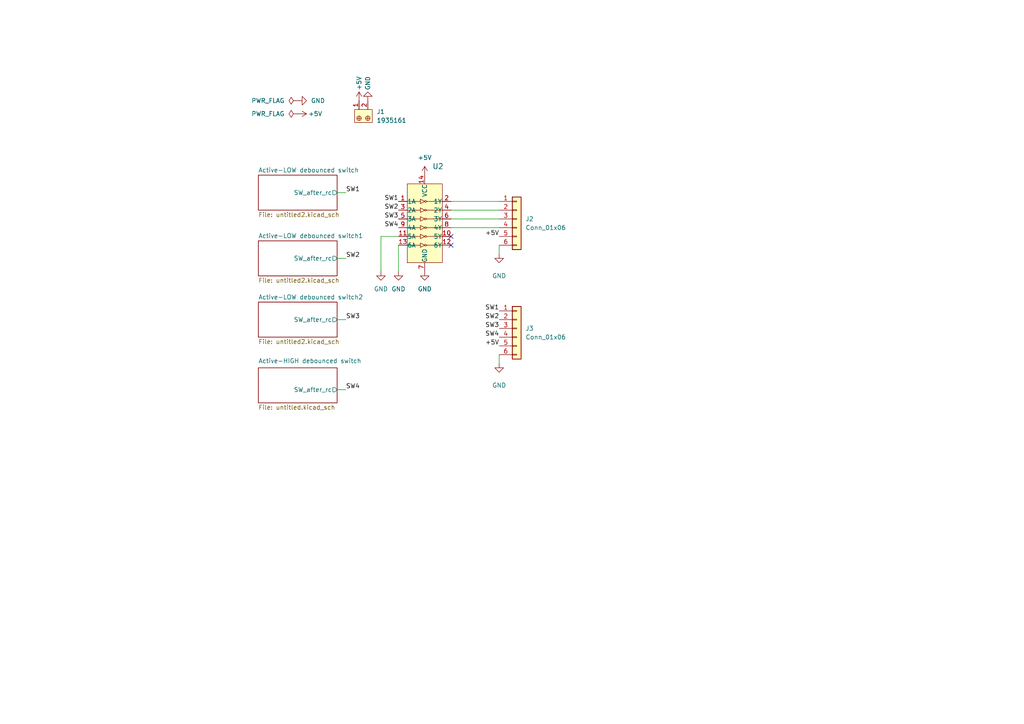
<source format=kicad_sch>
(kicad_sch (version 20230121) (generator eeschema)

  (uuid c1ca48d9-ccf5-4728-b041-a254d6a16158)

  (paper "A4")

  (lib_symbols
    (symbol "Connector_Generic:Conn_01x06" (pin_names (offset 1.016) hide) (in_bom yes) (on_board yes)
      (property "Reference" "J" (at 0 7.62 0)
        (effects (font (size 1.27 1.27)))
      )
      (property "Value" "Conn_01x06" (at 0 -10.16 0)
        (effects (font (size 1.27 1.27)))
      )
      (property "Footprint" "" (at 0 0 0)
        (effects (font (size 1.27 1.27)) hide)
      )
      (property "Datasheet" "~" (at 0 0 0)
        (effects (font (size 1.27 1.27)) hide)
      )
      (property "ki_keywords" "connector" (at 0 0 0)
        (effects (font (size 1.27 1.27)) hide)
      )
      (property "ki_description" "Generic connector, single row, 01x06, script generated (kicad-library-utils/schlib/autogen/connector/)" (at 0 0 0)
        (effects (font (size 1.27 1.27)) hide)
      )
      (property "ki_fp_filters" "Connector*:*_1x??_*" (at 0 0 0)
        (effects (font (size 1.27 1.27)) hide)
      )
      (symbol "Conn_01x06_1_1"
        (rectangle (start -1.27 -7.493) (end 0 -7.747)
          (stroke (width 0.1524) (type default))
          (fill (type none))
        )
        (rectangle (start -1.27 -4.953) (end 0 -5.207)
          (stroke (width 0.1524) (type default))
          (fill (type none))
        )
        (rectangle (start -1.27 -2.413) (end 0 -2.667)
          (stroke (width 0.1524) (type default))
          (fill (type none))
        )
        (rectangle (start -1.27 0.127) (end 0 -0.127)
          (stroke (width 0.1524) (type default))
          (fill (type none))
        )
        (rectangle (start -1.27 2.667) (end 0 2.413)
          (stroke (width 0.1524) (type default))
          (fill (type none))
        )
        (rectangle (start -1.27 5.207) (end 0 4.953)
          (stroke (width 0.1524) (type default))
          (fill (type none))
        )
        (rectangle (start -1.27 6.35) (end 1.27 -8.89)
          (stroke (width 0.254) (type default))
          (fill (type background))
        )
        (pin passive line (at -5.08 5.08 0) (length 3.81)
          (name "Pin_1" (effects (font (size 1.27 1.27))))
          (number "1" (effects (font (size 1.27 1.27))))
        )
        (pin passive line (at -5.08 2.54 0) (length 3.81)
          (name "Pin_2" (effects (font (size 1.27 1.27))))
          (number "2" (effects (font (size 1.27 1.27))))
        )
        (pin passive line (at -5.08 0 0) (length 3.81)
          (name "Pin_3" (effects (font (size 1.27 1.27))))
          (number "3" (effects (font (size 1.27 1.27))))
        )
        (pin passive line (at -5.08 -2.54 0) (length 3.81)
          (name "Pin_4" (effects (font (size 1.27 1.27))))
          (number "4" (effects (font (size 1.27 1.27))))
        )
        (pin passive line (at -5.08 -5.08 0) (length 3.81)
          (name "Pin_5" (effects (font (size 1.27 1.27))))
          (number "5" (effects (font (size 1.27 1.27))))
        )
        (pin passive line (at -5.08 -7.62 0) (length 3.81)
          (name "Pin_6" (effects (font (size 1.27 1.27))))
          (number "6" (effects (font (size 1.27 1.27))))
        )
      )
    )
    (symbol "dk_Logic-Gates-and-Inverters:SN74HC14N" (pin_names (offset 0.0254)) (in_bom yes) (on_board yes)
      (property "Reference" "U" (at -2.54 13.716 0)
        (effects (font (size 1.524 1.524)) (justify right))
      )
      (property "Value" "SN74HC14N" (at 0.254 -11.43 0)
        (effects (font (size 1.524 1.524)) (justify left))
      )
      (property "Footprint" "digikey-footprints:DIP-14_W3mm" (at 5.08 5.08 0)
        (effects (font (size 1.524 1.524)) (justify left) hide)
      )
      (property "Datasheet" "http://www.ti.com/general/docs/suppproductinfo.tsp?distId=10&gotoUrl=http%3A%2F%2Fwww.ti.com%2Flit%2Fgpn%2Fsn74hc14" (at 5.08 7.62 0)
        (effects (font (size 1.524 1.524)) (justify left) hide)
      )
      (property "Digi-Key_PN" "296-1577-5-ND" (at 5.08 10.16 0)
        (effects (font (size 1.524 1.524)) (justify left) hide)
      )
      (property "MPN" "SN74HC14N" (at 5.08 12.7 0)
        (effects (font (size 1.524 1.524)) (justify left) hide)
      )
      (property "Category" "Integrated Circuits (ICs)" (at 5.08 15.24 0)
        (effects (font (size 1.524 1.524)) (justify left) hide)
      )
      (property "Family" "Logic - Gates and Inverters" (at 5.08 17.78 0)
        (effects (font (size 1.524 1.524)) (justify left) hide)
      )
      (property "DK_Datasheet_Link" "http://www.ti.com/general/docs/suppproductinfo.tsp?distId=10&gotoUrl=http%3A%2F%2Fwww.ti.com%2Flit%2Fgpn%2Fsn74hc14" (at 5.08 20.32 0)
        (effects (font (size 1.524 1.524)) (justify left) hide)
      )
      (property "DK_Detail_Page" "/product-detail/en/texas-instruments/SN74HC14N/296-1577-5-ND/277223" (at 5.08 22.86 0)
        (effects (font (size 1.524 1.524)) (justify left) hide)
      )
      (property "Description" "IC INVERTER SCHMITT 6CH 14DIP" (at 5.08 25.4 0)
        (effects (font (size 1.524 1.524)) (justify left) hide)
      )
      (property "Manufacturer" "Texas Instruments" (at 5.08 27.94 0)
        (effects (font (size 1.524 1.524)) (justify left) hide)
      )
      (property "Status" "Active" (at 5.08 30.48 0)
        (effects (font (size 1.524 1.524)) (justify left) hide)
      )
      (property "ki_keywords" "296-1577-5-ND 74HC" (at 0 0 0)
        (effects (font (size 1.27 1.27)) hide)
      )
      (property "ki_description" "IC INVERTER SCHMITT 6CH 14DIP" (at 0 0 0)
        (effects (font (size 1.27 1.27)) hide)
      )
      (symbol "SN74HC14N_0_1"
        (rectangle (start -5.08 12.7) (end 5.08 -10.16)
          (stroke (width 0) (type solid))
          (fill (type background))
        )
        (polyline
          (pts
            (xy -2.54 -5.08)
            (xy -5.08 -5.08)
          )
          (stroke (width 0) (type solid))
          (fill (type none))
        )
        (polyline
          (pts
            (xy -2.54 -2.54)
            (xy -5.08 -2.54)
          )
          (stroke (width 0) (type solid))
          (fill (type none))
        )
        (polyline
          (pts
            (xy -2.54 -2.54)
            (xy -1.27 -2.54)
          )
          (stroke (width 0) (type solid))
          (fill (type none))
        )
        (polyline
          (pts
            (xy -2.54 0)
            (xy -5.08 0)
          )
          (stroke (width 0) (type solid))
          (fill (type none))
        )
        (polyline
          (pts
            (xy -2.54 2.54)
            (xy -5.08 2.54)
          )
          (stroke (width 0) (type solid))
          (fill (type none))
        )
        (polyline
          (pts
            (xy -2.54 2.54)
            (xy -1.27 2.54)
          )
          (stroke (width 0) (type solid))
          (fill (type none))
        )
        (polyline
          (pts
            (xy -2.54 5.08)
            (xy -5.08 5.08)
          )
          (stroke (width 0) (type solid))
          (fill (type none))
        )
        (polyline
          (pts
            (xy -2.54 7.62)
            (xy -5.08 7.62)
          )
          (stroke (width 0) (type solid))
          (fill (type none))
        )
        (polyline
          (pts
            (xy -1.27 -5.08)
            (xy -2.54 -5.08)
          )
          (stroke (width 0) (type solid))
          (fill (type none))
        )
        (polyline
          (pts
            (xy -1.27 0)
            (xy -2.54 0)
          )
          (stroke (width 0) (type solid))
          (fill (type none))
        )
        (polyline
          (pts
            (xy -1.27 5.08)
            (xy -2.54 5.08)
          )
          (stroke (width 0) (type solid))
          (fill (type none))
        )
        (polyline
          (pts
            (xy -1.27 7.62)
            (xy -2.54 7.62)
          )
          (stroke (width 0) (type solid))
          (fill (type none))
        )
        (polyline
          (pts
            (xy 0.508 -5.08)
            (xy 2.54 -5.08)
          )
          (stroke (width 0) (type solid))
          (fill (type none))
        )
        (polyline
          (pts
            (xy 0.508 0)
            (xy 2.54 0)
          )
          (stroke (width 0) (type solid))
          (fill (type none))
        )
        (polyline
          (pts
            (xy 0.508 2.54)
            (xy 2.54 2.54)
          )
          (stroke (width 0) (type solid))
          (fill (type none))
        )
        (polyline
          (pts
            (xy 0.508 5.08)
            (xy 2.54 5.08)
          )
          (stroke (width 0) (type solid))
          (fill (type none))
        )
        (polyline
          (pts
            (xy 2.54 -2.54)
            (xy 0.508 -2.54)
          )
          (stroke (width 0) (type solid))
          (fill (type none))
        )
        (polyline
          (pts
            (xy 2.54 7.62)
            (xy 0.508 7.62)
          )
          (stroke (width 0) (type solid))
          (fill (type none))
        )
        (polyline
          (pts
            (xy 5.08 -5.08)
            (xy 2.54 -5.08)
          )
          (stroke (width 0) (type solid))
          (fill (type none))
        )
        (polyline
          (pts
            (xy 5.08 -2.54)
            (xy 2.54 -2.54)
          )
          (stroke (width 0) (type solid))
          (fill (type none))
        )
        (polyline
          (pts
            (xy 5.08 0)
            (xy 2.54 0)
          )
          (stroke (width 0) (type solid))
          (fill (type none))
        )
        (polyline
          (pts
            (xy 5.08 2.54)
            (xy 2.54 2.54)
          )
          (stroke (width 0) (type solid))
          (fill (type none))
        )
        (polyline
          (pts
            (xy 5.08 5.08)
            (xy 2.54 5.08)
          )
          (stroke (width 0) (type solid))
          (fill (type none))
        )
        (polyline
          (pts
            (xy 5.08 7.62)
            (xy 2.54 7.62)
          )
          (stroke (width 0) (type solid))
          (fill (type none))
        )
        (polyline
          (pts
            (xy -1.27 -4.445)
            (xy -1.27 -5.715)
            (xy 0 -5.08)
            (xy -1.27 -4.445)
          )
          (stroke (width 0) (type solid))
          (fill (type none))
        )
        (polyline
          (pts
            (xy -1.27 -1.905)
            (xy -1.27 -3.175)
            (xy 0 -2.54)
            (xy -1.27 -1.905)
          )
          (stroke (width 0) (type solid))
          (fill (type none))
        )
        (polyline
          (pts
            (xy -1.27 0.635)
            (xy -1.27 -0.635)
            (xy 0 0)
            (xy -1.27 0.635)
          )
          (stroke (width 0) (type solid))
          (fill (type none))
        )
        (polyline
          (pts
            (xy -1.27 3.175)
            (xy -1.27 1.905)
            (xy 0 2.54)
            (xy -1.27 3.175)
          )
          (stroke (width 0) (type solid))
          (fill (type none))
        )
        (polyline
          (pts
            (xy -1.27 5.715)
            (xy -1.27 4.445)
            (xy 0 5.08)
            (xy -1.27 5.715)
          )
          (stroke (width 0) (type solid))
          (fill (type none))
        )
        (polyline
          (pts
            (xy -1.27 8.255)
            (xy -1.27 6.985)
            (xy 0 7.62)
            (xy -1.27 8.255)
          )
          (stroke (width 0) (type solid))
          (fill (type none))
        )
        (circle (center 0.254 -5.08) (radius 0.254)
          (stroke (width 0) (type solid))
          (fill (type none))
        )
        (circle (center 0.254 -2.54) (radius 0.254)
          (stroke (width 0) (type solid))
          (fill (type none))
        )
        (circle (center 0.254 0) (radius 0.254)
          (stroke (width 0) (type solid))
          (fill (type none))
        )
        (circle (center 0.254 2.54) (radius 0.254)
          (stroke (width 0) (type solid))
          (fill (type none))
        )
        (circle (center 0.254 5.08) (radius 0.254)
          (stroke (width 0) (type solid))
          (fill (type none))
        )
        (circle (center 0.254 7.62) (radius 0.254)
          (stroke (width 0) (type solid))
          (fill (type none))
        )
      )
      (symbol "SN74HC14N_1_1"
        (pin input line (at -7.62 7.62 0) (length 2.54)
          (name "1A" (effects (font (size 1.27 1.27))))
          (number "1" (effects (font (size 1.27 1.27))))
        )
        (pin output line (at 7.62 -2.54 180) (length 2.54)
          (name "5Y" (effects (font (size 1.27 1.27))))
          (number "10" (effects (font (size 1.27 1.27))))
        )
        (pin input line (at -7.62 -2.54 0) (length 2.54)
          (name "5A" (effects (font (size 1.27 1.27))))
          (number "11" (effects (font (size 1.27 1.27))))
        )
        (pin output line (at 7.62 -5.08 180) (length 2.54)
          (name "6Y" (effects (font (size 1.27 1.27))))
          (number "12" (effects (font (size 1.27 1.27))))
        )
        (pin input line (at -7.62 -5.08 0) (length 2.54)
          (name "6A" (effects (font (size 1.27 1.27))))
          (number "13" (effects (font (size 1.27 1.27))))
        )
        (pin power_in line (at 0 15.24 270) (length 2.54)
          (name "VCC" (effects (font (size 1.27 1.27))))
          (number "14" (effects (font (size 1.27 1.27))))
        )
        (pin output line (at 7.62 7.62 180) (length 2.54)
          (name "1Y" (effects (font (size 1.27 1.27))))
          (number "2" (effects (font (size 1.27 1.27))))
        )
        (pin input line (at -7.62 5.08 0) (length 2.54)
          (name "2A" (effects (font (size 1.27 1.27))))
          (number "3" (effects (font (size 1.27 1.27))))
        )
        (pin output line (at 7.62 5.08 180) (length 2.54)
          (name "2Y" (effects (font (size 1.27 1.27))))
          (number "4" (effects (font (size 1.27 1.27))))
        )
        (pin input line (at -7.62 2.54 0) (length 2.54)
          (name "3A" (effects (font (size 1.27 1.27))))
          (number "5" (effects (font (size 1.27 1.27))))
        )
        (pin output line (at 7.62 2.54 180) (length 2.54)
          (name "3Y" (effects (font (size 1.27 1.27))))
          (number "6" (effects (font (size 1.27 1.27))))
        )
        (pin power_in line (at 0 -12.7 90) (length 2.54)
          (name "GND" (effects (font (size 1.27 1.27))))
          (number "7" (effects (font (size 1.27 1.27))))
        )
        (pin output line (at 7.62 0 180) (length 2.54)
          (name "4Y" (effects (font (size 1.27 1.27))))
          (number "8" (effects (font (size 1.27 1.27))))
        )
        (pin input line (at -7.62 0 0) (length 2.54)
          (name "4A" (effects (font (size 1.27 1.27))))
          (number "9" (effects (font (size 1.27 1.27))))
        )
      )
    )
    (symbol "dk_Terminal-Blocks-Wire-to-Board:1935161" (pin_names (offset 1.016)) (in_bom yes) (on_board yes)
      (property "Reference" "J" (at -1.27 5.08 0)
        (effects (font (size 1.27 1.27)) (justify right))
      )
      (property "Value" "1935161" (at 1.27 -2.54 0)
        (effects (font (size 1.27 1.27)))
      )
      (property "Footprint" "digikey-footprints:Terminal_Block_D1.3mm_P5mm" (at 5.08 5.08 0)
        (effects (font (size 1.524 1.524)) (justify left) hide)
      )
      (property "Datasheet" "https://media.digikey.com/pdf/Data%20Sheets/Phoenix%20Contact%20PDFs/1935161.pdf" (at 5.08 7.62 0)
        (effects (font (size 1.524 1.524)) (justify left) hide)
      )
      (property "Digi-Key_PN" "277-1667-ND" (at 5.08 10.16 0)
        (effects (font (size 1.524 1.524)) (justify left) hide)
      )
      (property "MPN" "1935161" (at 5.08 12.7 0)
        (effects (font (size 1.524 1.524)) (justify left) hide)
      )
      (property "Category" "Connectors, Interconnects" (at 5.08 15.24 0)
        (effects (font (size 1.524 1.524)) (justify left) hide)
      )
      (property "Family" "Terminal Blocks - Wire to Board" (at 5.08 17.78 0)
        (effects (font (size 1.524 1.524)) (justify left) hide)
      )
      (property "DK_Datasheet_Link" "https://media.digikey.com/pdf/Data%20Sheets/Phoenix%20Contact%20PDFs/1935161.pdf" (at 5.08 20.32 0)
        (effects (font (size 1.524 1.524)) (justify left) hide)
      )
      (property "DK_Detail_Page" "/product-detail/en/phoenix-contact/1935161/277-1667-ND/568614" (at 5.08 22.86 0)
        (effects (font (size 1.524 1.524)) (justify left) hide)
      )
      (property "Description" "TERM BLK 2POS SIDE ENTRY 5MM PCB" (at 5.08 25.4 0)
        (effects (font (size 1.524 1.524)) (justify left) hide)
      )
      (property "Manufacturer" "Phoenix Contact" (at 5.08 27.94 0)
        (effects (font (size 1.524 1.524)) (justify left) hide)
      )
      (property "Status" "Active" (at 5.08 30.48 0)
        (effects (font (size 1.524 1.524)) (justify left) hide)
      )
      (property "ki_keywords" "277-1667-ND COMBICON PT" (at 0 0 0)
        (effects (font (size 1.27 1.27)) hide)
      )
      (property "ki_description" "TERM BLK 2POS SIDE ENTRY 5MM PCB" (at 0 0 0)
        (effects (font (size 1.27 1.27)) hide)
      )
      (symbol "1935161_0_1"
        (rectangle (start -1.27 2.54) (end 3.81 -1.27)
          (stroke (width 0) (type solid))
          (fill (type background))
        )
        (polyline
          (pts
            (xy 0 0.635)
            (xy 0 -0.635)
          )
          (stroke (width 0) (type solid))
          (fill (type none))
        )
        (polyline
          (pts
            (xy 0.635 0)
            (xy -0.635 0)
          )
          (stroke (width 0) (type solid))
          (fill (type none))
        )
        (polyline
          (pts
            (xy 1.905 0)
            (xy 3.175 0)
          )
          (stroke (width 0) (type solid))
          (fill (type none))
        )
        (polyline
          (pts
            (xy 2.54 0.635)
            (xy 2.54 -0.635)
          )
          (stroke (width 0) (type solid))
          (fill (type none))
        )
        (circle (center 0 0) (radius 0.635)
          (stroke (width 0) (type solid))
          (fill (type none))
        )
        (circle (center 2.54 0) (radius 0.635)
          (stroke (width 0) (type solid))
          (fill (type none))
        )
      )
      (symbol "1935161_1_1"
        (pin passive line (at 0 5.08 270) (length 2.54)
          (name "~" (effects (font (size 1.27 1.27))))
          (number "1" (effects (font (size 1.27 1.27))))
        )
        (pin passive line (at 2.54 5.08 270) (length 2.54)
          (name "~" (effects (font (size 1.27 1.27))))
          (number "2" (effects (font (size 1.27 1.27))))
        )
      )
    )
    (symbol "power:+5V" (power) (pin_names (offset 0)) (in_bom yes) (on_board yes)
      (property "Reference" "#PWR" (at 0 -3.81 0)
        (effects (font (size 1.27 1.27)) hide)
      )
      (property "Value" "+5V" (at 0 3.556 0)
        (effects (font (size 1.27 1.27)))
      )
      (property "Footprint" "" (at 0 0 0)
        (effects (font (size 1.27 1.27)) hide)
      )
      (property "Datasheet" "" (at 0 0 0)
        (effects (font (size 1.27 1.27)) hide)
      )
      (property "ki_keywords" "global power" (at 0 0 0)
        (effects (font (size 1.27 1.27)) hide)
      )
      (property "ki_description" "Power symbol creates a global label with name \"+5V\"" (at 0 0 0)
        (effects (font (size 1.27 1.27)) hide)
      )
      (symbol "+5V_0_1"
        (polyline
          (pts
            (xy -0.762 1.27)
            (xy 0 2.54)
          )
          (stroke (width 0) (type default))
          (fill (type none))
        )
        (polyline
          (pts
            (xy 0 0)
            (xy 0 2.54)
          )
          (stroke (width 0) (type default))
          (fill (type none))
        )
        (polyline
          (pts
            (xy 0 2.54)
            (xy 0.762 1.27)
          )
          (stroke (width 0) (type default))
          (fill (type none))
        )
      )
      (symbol "+5V_1_1"
        (pin power_in line (at 0 0 90) (length 0) hide
          (name "+5V" (effects (font (size 1.27 1.27))))
          (number "1" (effects (font (size 1.27 1.27))))
        )
      )
    )
    (symbol "power:GND" (power) (pin_names (offset 0)) (in_bom yes) (on_board yes)
      (property "Reference" "#PWR" (at 0 -6.35 0)
        (effects (font (size 1.27 1.27)) hide)
      )
      (property "Value" "GND" (at 0 -3.81 0)
        (effects (font (size 1.27 1.27)))
      )
      (property "Footprint" "" (at 0 0 0)
        (effects (font (size 1.27 1.27)) hide)
      )
      (property "Datasheet" "" (at 0 0 0)
        (effects (font (size 1.27 1.27)) hide)
      )
      (property "ki_keywords" "global power" (at 0 0 0)
        (effects (font (size 1.27 1.27)) hide)
      )
      (property "ki_description" "Power symbol creates a global label with name \"GND\" , ground" (at 0 0 0)
        (effects (font (size 1.27 1.27)) hide)
      )
      (symbol "GND_0_1"
        (polyline
          (pts
            (xy 0 0)
            (xy 0 -1.27)
            (xy 1.27 -1.27)
            (xy 0 -2.54)
            (xy -1.27 -1.27)
            (xy 0 -1.27)
          )
          (stroke (width 0) (type default))
          (fill (type none))
        )
      )
      (symbol "GND_1_1"
        (pin power_in line (at 0 0 270) (length 0) hide
          (name "GND" (effects (font (size 1.27 1.27))))
          (number "1" (effects (font (size 1.27 1.27))))
        )
      )
    )
    (symbol "power:PWR_FLAG" (power) (pin_numbers hide) (pin_names (offset 0) hide) (in_bom yes) (on_board yes)
      (property "Reference" "#FLG" (at 0 1.905 0)
        (effects (font (size 1.27 1.27)) hide)
      )
      (property "Value" "PWR_FLAG" (at 0 3.81 0)
        (effects (font (size 1.27 1.27)))
      )
      (property "Footprint" "" (at 0 0 0)
        (effects (font (size 1.27 1.27)) hide)
      )
      (property "Datasheet" "~" (at 0 0 0)
        (effects (font (size 1.27 1.27)) hide)
      )
      (property "ki_keywords" "flag power" (at 0 0 0)
        (effects (font (size 1.27 1.27)) hide)
      )
      (property "ki_description" "Special symbol for telling ERC where power comes from" (at 0 0 0)
        (effects (font (size 1.27 1.27)) hide)
      )
      (symbol "PWR_FLAG_0_0"
        (pin power_out line (at 0 0 90) (length 0)
          (name "pwr" (effects (font (size 1.27 1.27))))
          (number "1" (effects (font (size 1.27 1.27))))
        )
      )
      (symbol "PWR_FLAG_0_1"
        (polyline
          (pts
            (xy 0 0)
            (xy 0 1.27)
            (xy -1.016 1.905)
            (xy 0 2.54)
            (xy 1.016 1.905)
            (xy 0 1.27)
          )
          (stroke (width 0) (type default))
          (fill (type none))
        )
      )
    )
  )


  (no_connect (at 130.81 71.12) (uuid 0871175e-5a15-4de7-af06-326d8367e2e6))
  (no_connect (at 130.81 68.58) (uuid 1585b387-b5ce-42a1-bc8e-c9aa9770d18d))

  (wire (pts (xy 110.49 68.58) (xy 115.57 68.58))
    (stroke (width 0) (type default))
    (uuid 01036d01-6c6e-457d-8c13-51fc91697bbc)
  )
  (wire (pts (xy 130.81 63.5) (xy 144.78 63.5))
    (stroke (width 0) (type default))
    (uuid 1fb0440a-1603-4c1f-8020-788828f3aa92)
  )
  (wire (pts (xy 97.79 74.93) (xy 100.33 74.93))
    (stroke (width 0) (type default))
    (uuid 459a986d-d154-4375-9e3c-e88216bbf0a7)
  )
  (wire (pts (xy 130.81 58.42) (xy 144.78 58.42))
    (stroke (width 0) (type default))
    (uuid 481d9b32-ed9c-4852-9e8c-054d5730b98a)
  )
  (wire (pts (xy 97.79 92.71) (xy 100.33 92.71))
    (stroke (width 0) (type default))
    (uuid 5f81b071-425a-4fe3-b0ae-8a92526e93f6)
  )
  (wire (pts (xy 110.49 78.74) (xy 110.49 68.58))
    (stroke (width 0) (type default))
    (uuid 73c1f21b-b249-44c0-904a-04bfb3ece045)
  )
  (wire (pts (xy 130.81 60.96) (xy 144.78 60.96))
    (stroke (width 0) (type default))
    (uuid 8e8391a2-322b-4133-9a5b-e450e606fe39)
  )
  (wire (pts (xy 97.79 55.88) (xy 100.33 55.88))
    (stroke (width 0) (type default))
    (uuid 9d297725-8082-47d7-982f-f44929730897)
  )
  (wire (pts (xy 130.81 66.04) (xy 144.78 66.04))
    (stroke (width 0) (type default))
    (uuid a6a5b444-65ee-4903-ae5c-2d40cd90eff2)
  )
  (wire (pts (xy 144.78 102.87) (xy 144.78 105.41))
    (stroke (width 0) (type default))
    (uuid ae605b4f-816e-455a-a216-8c716ed9a9f8)
  )
  (wire (pts (xy 115.57 71.12) (xy 115.57 78.74))
    (stroke (width 0) (type default))
    (uuid bbbaa9e3-df03-4bf3-b0b0-89efcda004a6)
  )
  (wire (pts (xy 144.78 71.12) (xy 144.78 73.66))
    (stroke (width 0) (type default))
    (uuid d297ee77-a86c-47c4-8de6-8c9c612b8f62)
  )
  (wire (pts (xy 97.79 113.03) (xy 100.33 113.03))
    (stroke (width 0) (type default))
    (uuid f43fb9c5-d888-464c-a9bd-aa5dd746c617)
  )

  (label "SW4" (at 100.33 113.03 0) (fields_autoplaced)
    (effects (font (size 1.27 1.27)) (justify left bottom))
    (uuid 25fd4218-7868-4fd5-a771-0d80f1985454)
  )
  (label "+5V" (at 144.78 100.33 180) (fields_autoplaced)
    (effects (font (size 1.27 1.27)) (justify right bottom))
    (uuid 264e73a4-8ae5-410f-9ea5-42810baa50f5)
  )
  (label "SW1" (at 100.33 55.88 0) (fields_autoplaced)
    (effects (font (size 1.27 1.27)) (justify left bottom))
    (uuid 30788562-87fa-4d25-b7e4-5cd70d053237)
  )
  (label "SW3" (at 144.78 95.25 180) (fields_autoplaced)
    (effects (font (size 1.27 1.27)) (justify right bottom))
    (uuid 40ce1396-ae08-4334-963b-064ad167194f)
  )
  (label "SW3" (at 115.57 63.5 180) (fields_autoplaced)
    (effects (font (size 1.27 1.27)) (justify right bottom))
    (uuid 7ace4a12-fd5a-4a96-a05a-2593ee35d6a9)
  )
  (label "SW3" (at 100.33 92.71 0) (fields_autoplaced)
    (effects (font (size 1.27 1.27)) (justify left bottom))
    (uuid 7ef19856-b9a6-413e-8c81-3572c957a64f)
  )
  (label "SW2" (at 144.78 92.71 180) (fields_autoplaced)
    (effects (font (size 1.27 1.27)) (justify right bottom))
    (uuid 8c503d9f-6c96-462d-a480-b5f8e344923f)
  )
  (label "SW2" (at 115.57 60.96 180) (fields_autoplaced)
    (effects (font (size 1.27 1.27)) (justify right bottom))
    (uuid 8cfd2180-e19c-495a-81b4-f2f30ae3b133)
  )
  (label "+5V" (at 144.78 68.58 180) (fields_autoplaced)
    (effects (font (size 1.27 1.27)) (justify right bottom))
    (uuid 92e7846e-b6ce-4c29-8b74-88d910b606f9)
  )
  (label "SW1" (at 144.78 90.17 180) (fields_autoplaced)
    (effects (font (size 1.27 1.27)) (justify right bottom))
    (uuid 9bce4bf8-a50d-4941-80d9-5d3e83ca0f05)
  )
  (label "SW4" (at 115.57 66.04 180) (fields_autoplaced)
    (effects (font (size 1.27 1.27)) (justify right bottom))
    (uuid a4c16281-a3d6-48d6-9083-3363a1011686)
  )
  (label "SW1" (at 115.57 58.42 180) (fields_autoplaced)
    (effects (font (size 1.27 1.27)) (justify right bottom))
    (uuid c7ad3a45-8700-4e22-aac7-72d773553e9b)
  )
  (label "SW2" (at 100.33 74.93 0) (fields_autoplaced)
    (effects (font (size 1.27 1.27)) (justify left bottom))
    (uuid ec43dcee-4d91-41b2-85a4-de8239b0c91a)
  )
  (label "SW4" (at 144.78 97.79 180) (fields_autoplaced)
    (effects (font (size 1.27 1.27)) (justify right bottom))
    (uuid ed41af9a-8df3-47eb-9672-ea5b1925350d)
  )

  (symbol (lib_id "power:+5V") (at 104.14 29.21 0) (unit 1)
    (in_bom yes) (on_board yes) (dnp no)
    (uuid 0fcf1581-04f4-4321-87b8-18e1571f35be)
    (property "Reference" "#PWR02" (at 104.14 33.02 0)
      (effects (font (size 1.27 1.27)) hide)
    )
    (property "Value" "+5V" (at 104.14 24.13 90)
      (effects (font (size 1.27 1.27)))
    )
    (property "Footprint" "" (at 104.14 29.21 0)
      (effects (font (size 1.27 1.27)) hide)
    )
    (property "Datasheet" "" (at 104.14 29.21 0)
      (effects (font (size 1.27 1.27)) hide)
    )
    (pin "1" (uuid 3c790ddd-ff97-4454-942b-3dcfad28299d))
    (instances
      (project "4-button debouncer"
        (path "/c1ca48d9-ccf5-4728-b041-a254d6a16158"
          (reference "#PWR02") (unit 1)
        )
      )
    )
  )

  (symbol (lib_id "dk_Logic-Gates-and-Inverters:SN74HC14N") (at 123.19 66.04 0) (unit 1)
    (in_bom yes) (on_board yes) (dnp no) (fields_autoplaced)
    (uuid 1205824a-bb17-4188-a0dd-db2aa1e0d7ef)
    (property "Reference" "U2" (at 125.3841 48.26 0)
      (effects (font (size 1.524 1.524)) (justify left))
    )
    (property "Value" "SN74HC14N" (at 125.3841 50.8 0)
      (effects (font (size 1.524 1.524)) (justify left) hide)
    )
    (property "Footprint" "digikey-footprints:DIP-14_W3mm" (at 128.27 60.96 0)
      (effects (font (size 1.524 1.524)) (justify left) hide)
    )
    (property "Datasheet" "http://www.ti.com/general/docs/suppproductinfo.tsp?distId=10&gotoUrl=http%3A%2F%2Fwww.ti.com%2Flit%2Fgpn%2Fsn74hc14" (at 128.27 58.42 0)
      (effects (font (size 1.524 1.524)) (justify left) hide)
    )
    (property "Digi-Key_PN" "296-1577-5-ND" (at 128.27 55.88 0)
      (effects (font (size 1.524 1.524)) (justify left) hide)
    )
    (property "MPN" "SN74HC14N" (at 128.27 53.34 0)
      (effects (font (size 1.524 1.524)) (justify left) hide)
    )
    (property "Category" "Integrated Circuits (ICs)" (at 128.27 50.8 0)
      (effects (font (size 1.524 1.524)) (justify left) hide)
    )
    (property "Family" "Logic - Gates and Inverters" (at 128.27 48.26 0)
      (effects (font (size 1.524 1.524)) (justify left) hide)
    )
    (property "DK_Datasheet_Link" "http://www.ti.com/general/docs/suppproductinfo.tsp?distId=10&gotoUrl=http%3A%2F%2Fwww.ti.com%2Flit%2Fgpn%2Fsn74hc14" (at 128.27 45.72 0)
      (effects (font (size 1.524 1.524)) (justify left) hide)
    )
    (property "DK_Detail_Page" "/product-detail/en/texas-instruments/SN74HC14N/296-1577-5-ND/277223" (at 128.27 43.18 0)
      (effects (font (size 1.524 1.524)) (justify left) hide)
    )
    (property "Description" "IC INVERTER SCHMITT 6CH 14DIP" (at 128.27 40.64 0)
      (effects (font (size 1.524 1.524)) (justify left) hide)
    )
    (property "Manufacturer" "Texas Instruments" (at 128.27 38.1 0)
      (effects (font (size 1.524 1.524)) (justify left) hide)
    )
    (property "Status" "Active" (at 128.27 35.56 0)
      (effects (font (size 1.524 1.524)) (justify left) hide)
    )
    (pin "1" (uuid 42021962-e914-4afa-95fd-174d771ba816))
    (pin "10" (uuid c11219a7-bed9-4720-8c85-af840c3db5f8))
    (pin "11" (uuid ed6741dc-59fa-4fec-a0dc-1a0068954982))
    (pin "12" (uuid b56818cd-14ec-4693-ad2d-333a9d939617))
    (pin "13" (uuid e8690bc8-6853-4860-89cb-bae202d2a02a))
    (pin "14" (uuid 7257a7ff-5336-45b9-8698-b8d7a33ae226))
    (pin "2" (uuid c7a0ef3f-8056-4aa1-98fc-57bdc1b5bf8d))
    (pin "3" (uuid 9c6b4900-b63d-420a-9532-5404c5f983dc))
    (pin "4" (uuid 98be6110-a713-40b1-9295-16359a291f4c))
    (pin "5" (uuid 6b36d764-930a-4735-b6fc-920eea5857f2))
    (pin "6" (uuid eaf8d41d-3901-434a-8086-08e4644b70b3))
    (pin "7" (uuid e8885528-b89e-4522-818b-53527f30ce46))
    (pin "8" (uuid b05ba91a-776c-4faa-ac00-20776914917d))
    (pin "9" (uuid a8571133-92d7-47ed-b8ac-a4a79ef16dce))
    (instances
      (project "4-button debouncer"
        (path "/c1ca48d9-ccf5-4728-b041-a254d6a16158"
          (reference "U2") (unit 1)
        )
      )
    )
  )

  (symbol (lib_id "power:GND") (at 144.78 105.41 0) (unit 1)
    (in_bom yes) (on_board yes) (dnp no)
    (uuid 19d07c36-4fe4-4cbe-a036-9ebc1b9eb749)
    (property "Reference" "#PWR06" (at 144.78 111.76 0)
      (effects (font (size 1.27 1.27)) hide)
    )
    (property "Value" "GND" (at 144.78 111.76 0)
      (effects (font (size 1.27 1.27)))
    )
    (property "Footprint" "" (at 144.78 105.41 0)
      (effects (font (size 1.27 1.27)) hide)
    )
    (property "Datasheet" "" (at 144.78 105.41 0)
      (effects (font (size 1.27 1.27)) hide)
    )
    (pin "1" (uuid 0af8df3e-f9fd-4bfb-a7cd-e3fe1df14a97))
    (instances
      (project "4-button debouncer"
        (path "/c1ca48d9-ccf5-4728-b041-a254d6a16158"
          (reference "#PWR06") (unit 1)
        )
      )
    )
  )

  (symbol (lib_id "dk_Terminal-Blocks-Wire-to-Board:1935161") (at 104.14 34.29 0) (unit 1)
    (in_bom yes) (on_board yes) (dnp no) (fields_autoplaced)
    (uuid 252a6650-ac6b-4962-a55d-eb059e68af06)
    (property "Reference" "J1" (at 109.22 32.385 0)
      (effects (font (size 1.27 1.27)) (justify left))
    )
    (property "Value" "1935161" (at 109.22 34.925 0)
      (effects (font (size 1.27 1.27)) (justify left))
    )
    (property "Footprint" "digikey-footprints:Terminal_Block_D1.3mm_P5mm" (at 109.22 29.21 0)
      (effects (font (size 1.524 1.524)) (justify left) hide)
    )
    (property "Datasheet" "https://media.digikey.com/pdf/Data%20Sheets/Phoenix%20Contact%20PDFs/1935161.pdf" (at 109.22 26.67 0)
      (effects (font (size 1.524 1.524)) (justify left) hide)
    )
    (property "Digi-Key_PN" "277-1667-ND" (at 109.22 24.13 0)
      (effects (font (size 1.524 1.524)) (justify left) hide)
    )
    (property "MPN" "1935161" (at 109.22 21.59 0)
      (effects (font (size 1.524 1.524)) (justify left) hide)
    )
    (property "Category" "Connectors, Interconnects" (at 109.22 19.05 0)
      (effects (font (size 1.524 1.524)) (justify left) hide)
    )
    (property "Family" "Terminal Blocks - Wire to Board" (at 109.22 16.51 0)
      (effects (font (size 1.524 1.524)) (justify left) hide)
    )
    (property "DK_Datasheet_Link" "https://media.digikey.com/pdf/Data%20Sheets/Phoenix%20Contact%20PDFs/1935161.pdf" (at 109.22 13.97 0)
      (effects (font (size 1.524 1.524)) (justify left) hide)
    )
    (property "DK_Detail_Page" "/product-detail/en/phoenix-contact/1935161/277-1667-ND/568614" (at 109.22 11.43 0)
      (effects (font (size 1.524 1.524)) (justify left) hide)
    )
    (property "Description" "TERM BLK 2POS SIDE ENTRY 5MM PCB" (at 109.22 8.89 0)
      (effects (font (size 1.524 1.524)) (justify left) hide)
    )
    (property "Manufacturer" "Phoenix Contact" (at 109.22 6.35 0)
      (effects (font (size 1.524 1.524)) (justify left) hide)
    )
    (property "Status" "Active" (at 109.22 3.81 0)
      (effects (font (size 1.524 1.524)) (justify left) hide)
    )
    (pin "1" (uuid a2e515d5-d3ce-4789-a15d-fdb195c344e0))
    (pin "2" (uuid ee41e112-3846-4c86-835b-048e92397cf5))
    (instances
      (project "4-button debouncer"
        (path "/c1ca48d9-ccf5-4728-b041-a254d6a16158"
          (reference "J1") (unit 1)
        )
      )
    )
  )

  (symbol (lib_id "power:+5V") (at 86.36 33.02 270) (unit 1)
    (in_bom yes) (on_board yes) (dnp no)
    (uuid 315ea91d-a3c5-4935-a429-d70bc01a4234)
    (property "Reference" "#PWR021" (at 82.55 33.02 0)
      (effects (font (size 1.27 1.27)) hide)
    )
    (property "Value" "+5V" (at 91.44 33.02 90)
      (effects (font (size 1.27 1.27)))
    )
    (property "Footprint" "" (at 86.36 33.02 0)
      (effects (font (size 1.27 1.27)) hide)
    )
    (property "Datasheet" "" (at 86.36 33.02 0)
      (effects (font (size 1.27 1.27)) hide)
    )
    (pin "1" (uuid fd69c487-e313-4b07-9767-a12cd4796ff5))
    (instances
      (project "4-button debouncer"
        (path "/c1ca48d9-ccf5-4728-b041-a254d6a16158"
          (reference "#PWR021") (unit 1)
        )
      )
    )
  )

  (symbol (lib_id "power:PWR_FLAG") (at 86.36 29.21 90) (unit 1)
    (in_bom yes) (on_board yes) (dnp no) (fields_autoplaced)
    (uuid 343628bc-62d9-430f-a00f-59d456e1829b)
    (property "Reference" "#FLG02" (at 84.455 29.21 0)
      (effects (font (size 1.27 1.27)) hide)
    )
    (property "Value" "PWR_FLAG" (at 82.55 29.21 90)
      (effects (font (size 1.27 1.27)) (justify left))
    )
    (property "Footprint" "" (at 86.36 29.21 0)
      (effects (font (size 1.27 1.27)) hide)
    )
    (property "Datasheet" "~" (at 86.36 29.21 0)
      (effects (font (size 1.27 1.27)) hide)
    )
    (pin "1" (uuid 8a96604f-5c5c-40a8-9a07-ba93ec6985cc))
    (instances
      (project "4-button debouncer"
        (path "/c1ca48d9-ccf5-4728-b041-a254d6a16158"
          (reference "#FLG02") (unit 1)
        )
      )
    )
  )

  (symbol (lib_id "power:GND") (at 106.68 29.21 180) (unit 1)
    (in_bom yes) (on_board yes) (dnp no)
    (uuid 34cc9a1c-41fe-45c6-a5e0-bbe8249abe4d)
    (property "Reference" "#PWR03" (at 106.68 22.86 0)
      (effects (font (size 1.27 1.27)) hide)
    )
    (property "Value" "GND" (at 106.68 24.13 90)
      (effects (font (size 1.27 1.27)))
    )
    (property "Footprint" "" (at 106.68 29.21 0)
      (effects (font (size 1.27 1.27)) hide)
    )
    (property "Datasheet" "" (at 106.68 29.21 0)
      (effects (font (size 1.27 1.27)) hide)
    )
    (pin "1" (uuid 93213cdf-c916-490e-8593-53443ffd9a53))
    (instances
      (project "4-button debouncer"
        (path "/c1ca48d9-ccf5-4728-b041-a254d6a16158"
          (reference "#PWR03") (unit 1)
        )
      )
    )
  )

  (symbol (lib_id "power:+5V") (at 123.19 50.8 0) (unit 1)
    (in_bom yes) (on_board yes) (dnp no)
    (uuid 3c30486a-1cd0-4d42-89a2-a20616c40211)
    (property "Reference" "#PWR030" (at 123.19 54.61 0)
      (effects (font (size 1.27 1.27)) hide)
    )
    (property "Value" "+5V" (at 123.19 45.72 0)
      (effects (font (size 1.27 1.27)))
    )
    (property "Footprint" "" (at 123.19 50.8 0)
      (effects (font (size 1.27 1.27)) hide)
    )
    (property "Datasheet" "" (at 123.19 50.8 0)
      (effects (font (size 1.27 1.27)) hide)
    )
    (pin "1" (uuid 551548f2-ea12-4a08-818b-d2c7715e0b3f))
    (instances
      (project "4-button debouncer"
        (path "/c1ca48d9-ccf5-4728-b041-a254d6a16158"
          (reference "#PWR030") (unit 1)
        )
      )
    )
  )

  (symbol (lib_id "Connector_Generic:Conn_01x06") (at 149.86 63.5 0) (unit 1)
    (in_bom yes) (on_board yes) (dnp no) (fields_autoplaced)
    (uuid 4b263abd-af44-43c1-8063-fa541ac47291)
    (property "Reference" "J2" (at 152.4 63.5 0)
      (effects (font (size 1.27 1.27)) (justify left))
    )
    (property "Value" "Conn_01x06" (at 152.4 66.04 0)
      (effects (font (size 1.27 1.27)) (justify left))
    )
    (property "Footprint" "Connector_PinHeader_2.54mm:PinHeader_1x06_P2.54mm_Vertical" (at 149.86 63.5 0)
      (effects (font (size 1.27 1.27)) hide)
    )
    (property "Datasheet" "~" (at 149.86 63.5 0)
      (effects (font (size 1.27 1.27)) hide)
    )
    (pin "1" (uuid c8082991-a05c-40df-aa52-2445e61e9ed4))
    (pin "2" (uuid 945e5733-84ce-4304-8b06-1de8df88bb5f))
    (pin "3" (uuid 14a38c97-8db8-4226-aa0e-1e632ddd5a21))
    (pin "4" (uuid 470eb14d-9994-4b9b-ae83-eabdddf0678e))
    (pin "5" (uuid 35892484-a7c5-4887-9198-f4339ef5aa83))
    (pin "6" (uuid ab2ca04e-ba69-4ae7-860f-4abbb28923b9))
    (instances
      (project "4-button debouncer"
        (path "/c1ca48d9-ccf5-4728-b041-a254d6a16158"
          (reference "J2") (unit 1)
        )
      )
    )
  )

  (symbol (lib_id "power:GND") (at 110.49 78.74 0) (unit 1)
    (in_bom yes) (on_board yes) (dnp no) (fields_autoplaced)
    (uuid 90dc36b1-4ec2-4572-a44c-66e70ac865cb)
    (property "Reference" "#PWR08" (at 110.49 85.09 0)
      (effects (font (size 1.27 1.27)) hide)
    )
    (property "Value" "GND" (at 110.49 83.82 0)
      (effects (font (size 1.27 1.27)))
    )
    (property "Footprint" "" (at 110.49 78.74 0)
      (effects (font (size 1.27 1.27)) hide)
    )
    (property "Datasheet" "" (at 110.49 78.74 0)
      (effects (font (size 1.27 1.27)) hide)
    )
    (pin "1" (uuid 01b6347c-54ec-4fe7-8f37-71835b931f66))
    (instances
      (project "4-button debouncer"
        (path "/c1ca48d9-ccf5-4728-b041-a254d6a16158"
          (reference "#PWR08") (unit 1)
        )
      )
    )
  )

  (symbol (lib_id "power:GND") (at 123.19 78.74 0) (unit 1)
    (in_bom yes) (on_board yes) (dnp no) (fields_autoplaced)
    (uuid a5ba77ce-400b-447c-86c7-96636de66f4a)
    (property "Reference" "#PWR029" (at 123.19 85.09 0)
      (effects (font (size 1.27 1.27)) hide)
    )
    (property "Value" "GND" (at 123.19 83.82 0)
      (effects (font (size 1.27 1.27)))
    )
    (property "Footprint" "" (at 123.19 78.74 0)
      (effects (font (size 1.27 1.27)) hide)
    )
    (property "Datasheet" "" (at 123.19 78.74 0)
      (effects (font (size 1.27 1.27)) hide)
    )
    (pin "1" (uuid 57d91696-2584-4e1b-8cbd-b271b071e338))
    (instances
      (project "4-button debouncer"
        (path "/c1ca48d9-ccf5-4728-b041-a254d6a16158"
          (reference "#PWR029") (unit 1)
        )
      )
    )
  )

  (symbol (lib_id "power:GND") (at 86.36 29.21 90) (unit 1)
    (in_bom yes) (on_board yes) (dnp no) (fields_autoplaced)
    (uuid b35da4ec-ffa4-4f36-af91-781f56bed05f)
    (property "Reference" "#PWR020" (at 92.71 29.21 0)
      (effects (font (size 1.27 1.27)) hide)
    )
    (property "Value" "GND" (at 90.17 29.21 90)
      (effects (font (size 1.27 1.27)) (justify right))
    )
    (property "Footprint" "" (at 86.36 29.21 0)
      (effects (font (size 1.27 1.27)) hide)
    )
    (property "Datasheet" "" (at 86.36 29.21 0)
      (effects (font (size 1.27 1.27)) hide)
    )
    (pin "1" (uuid dc25465d-72aa-4288-b611-8320b35cbc78))
    (instances
      (project "4-button debouncer"
        (path "/c1ca48d9-ccf5-4728-b041-a254d6a16158"
          (reference "#PWR020") (unit 1)
        )
      )
    )
  )

  (symbol (lib_id "power:GND") (at 144.78 73.66 0) (unit 1)
    (in_bom yes) (on_board yes) (dnp no)
    (uuid c12de94a-d67e-48e3-8f27-4f1461fea012)
    (property "Reference" "#PWR015" (at 144.78 80.01 0)
      (effects (font (size 1.27 1.27)) hide)
    )
    (property "Value" "GND" (at 144.78 80.01 0)
      (effects (font (size 1.27 1.27)))
    )
    (property "Footprint" "" (at 144.78 73.66 0)
      (effects (font (size 1.27 1.27)) hide)
    )
    (property "Datasheet" "" (at 144.78 73.66 0)
      (effects (font (size 1.27 1.27)) hide)
    )
    (pin "1" (uuid 49d6b4b1-37d6-480c-b968-1d03a104c1cd))
    (instances
      (project "4-button debouncer"
        (path "/c1ca48d9-ccf5-4728-b041-a254d6a16158"
          (reference "#PWR015") (unit 1)
        )
      )
    )
  )

  (symbol (lib_id "Connector_Generic:Conn_01x06") (at 149.86 95.25 0) (unit 1)
    (in_bom yes) (on_board yes) (dnp no) (fields_autoplaced)
    (uuid c7124019-7267-4b29-b68e-cc6bf16be44e)
    (property "Reference" "J3" (at 152.4 95.25 0)
      (effects (font (size 1.27 1.27)) (justify left))
    )
    (property "Value" "Conn_01x06" (at 152.4 97.79 0)
      (effects (font (size 1.27 1.27)) (justify left))
    )
    (property "Footprint" "Connector_PinHeader_2.54mm:PinHeader_1x06_P2.54mm_Vertical" (at 149.86 95.25 0)
      (effects (font (size 1.27 1.27)) hide)
    )
    (property "Datasheet" "~" (at 149.86 95.25 0)
      (effects (font (size 1.27 1.27)) hide)
    )
    (pin "1" (uuid 28220bf4-41e1-4d94-a424-47ea999376f9))
    (pin "2" (uuid f8f94613-003a-4975-98c5-9111c1ee4e10))
    (pin "3" (uuid 365c2af7-f0c3-43cd-bb94-cfca7456e5ca))
    (pin "4" (uuid 711e6fdd-9c8a-4803-9fae-5cbf64bb9334))
    (pin "5" (uuid 5d45d557-9ea4-405c-bdbd-e12392e299f1))
    (pin "6" (uuid 86be23de-5913-488d-b343-e0c5bdbe853f))
    (instances
      (project "4-button debouncer"
        (path "/c1ca48d9-ccf5-4728-b041-a254d6a16158"
          (reference "J3") (unit 1)
        )
      )
    )
  )

  (symbol (lib_id "power:PWR_FLAG") (at 86.36 33.02 90) (unit 1)
    (in_bom yes) (on_board yes) (dnp no) (fields_autoplaced)
    (uuid cfcae35f-812a-4209-a881-7d085b73e48b)
    (property "Reference" "#FLG01" (at 84.455 33.02 0)
      (effects (font (size 1.27 1.27)) hide)
    )
    (property "Value" "PWR_FLAG" (at 82.55 33.02 90)
      (effects (font (size 1.27 1.27)) (justify left))
    )
    (property "Footprint" "" (at 86.36 33.02 0)
      (effects (font (size 1.27 1.27)) hide)
    )
    (property "Datasheet" "~" (at 86.36 33.02 0)
      (effects (font (size 1.27 1.27)) hide)
    )
    (pin "1" (uuid 424c20bc-eefb-43e6-a3a4-7a3e55fde26f))
    (instances
      (project "4-button debouncer"
        (path "/c1ca48d9-ccf5-4728-b041-a254d6a16158"
          (reference "#FLG01") (unit 1)
        )
      )
    )
  )

  (symbol (lib_id "power:GND") (at 115.57 78.74 0) (unit 1)
    (in_bom yes) (on_board yes) (dnp no) (fields_autoplaced)
    (uuid e7c6f8f3-3b8a-4058-a731-06f82dabfd01)
    (property "Reference" "#PWR010" (at 115.57 85.09 0)
      (effects (font (size 1.27 1.27)) hide)
    )
    (property "Value" "GND" (at 115.57 83.82 0)
      (effects (font (size 1.27 1.27)))
    )
    (property "Footprint" "" (at 115.57 78.74 0)
      (effects (font (size 1.27 1.27)) hide)
    )
    (property "Datasheet" "" (at 115.57 78.74 0)
      (effects (font (size 1.27 1.27)) hide)
    )
    (pin "1" (uuid a27cd17e-046d-435c-9969-7ad86267b045))
    (instances
      (project "4-button debouncer"
        (path "/c1ca48d9-ccf5-4728-b041-a254d6a16158"
          (reference "#PWR010") (unit 1)
        )
      )
    )
  )

  (sheet (at 74.93 87.63) (size 22.86 10.16) (fields_autoplaced)
    (stroke (width 0.1524) (type solid))
    (fill (color 0 0 0 0.0000))
    (uuid 84add3ed-0b3e-491a-84b3-d107e7ae9efd)
    (property "Sheetname" "Active-LOW debounced switch2" (at 74.93 86.9184 0)
      (effects (font (size 1.27 1.27)) (justify left bottom))
    )
    (property "Sheetfile" "untitled2.kicad_sch" (at 74.93 98.3746 0)
      (effects (font (size 1.27 1.27)) (justify left top))
    )
    (pin "SW_after_rc" output (at 97.79 92.71 0)
      (effects (font (size 1.27 1.27)) (justify right))
      (uuid 5ffc899a-5a08-49a2-9fa8-d200a7aa550a)
    )
    (instances
      (project "4-button debouncer"
        (path "/c1ca48d9-ccf5-4728-b041-a254d6a16158" (page "4"))
      )
    )
  )

  (sheet (at 74.93 69.85) (size 22.86 10.16) (fields_autoplaced)
    (stroke (width 0.1524) (type solid))
    (fill (color 0 0 0 0.0000))
    (uuid a3f10177-f5b5-462d-817a-000a3ce75927)
    (property "Sheetname" "Active-LOW debounced switch1" (at 74.93 69.1384 0)
      (effects (font (size 1.27 1.27)) (justify left bottom))
    )
    (property "Sheetfile" "untitled2.kicad_sch" (at 74.93 80.5946 0)
      (effects (font (size 1.27 1.27)) (justify left top))
    )
    (pin "SW_after_rc" output (at 97.79 74.93 0)
      (effects (font (size 1.27 1.27)) (justify right))
      (uuid ab2c81f7-28b0-40d3-9bc8-461bcf15a920)
    )
    (instances
      (project "4-button debouncer"
        (path "/c1ca48d9-ccf5-4728-b041-a254d6a16158" (page "3"))
      )
    )
  )

  (sheet (at 74.93 50.8) (size 22.86 10.16) (fields_autoplaced)
    (stroke (width 0.1524) (type solid))
    (fill (color 0 0 0 0.0000))
    (uuid b14070c2-3565-4c7a-ba66-f060dc368696)
    (property "Sheetname" "Active-LOW debounced switch" (at 74.93 50.0884 0)
      (effects (font (size 1.27 1.27)) (justify left bottom))
    )
    (property "Sheetfile" "untitled2.kicad_sch" (at 74.93 61.5446 0)
      (effects (font (size 1.27 1.27)) (justify left top))
    )
    (pin "SW_after_rc" output (at 97.79 55.88 0)
      (effects (font (size 1.27 1.27)) (justify right))
      (uuid 42a9bae2-26ef-4109-abd1-5322e3ce2598)
    )
    (instances
      (project "4-button debouncer"
        (path "/c1ca48d9-ccf5-4728-b041-a254d6a16158" (page "6"))
      )
    )
  )

  (sheet (at 74.93 106.68) (size 22.86 10.16)
    (stroke (width 0.1524) (type solid))
    (fill (color 0 0 0 0.0000))
    (uuid c7fee5eb-00ed-441d-bf07-db35b83f16c0)
    (property "Sheetname" "Active-HIGH debounced switch" (at 74.93 105.41 0)
      (effects (font (size 1.27 1.27)) (justify left bottom))
    )
    (property "Sheetfile" "untitled.kicad_sch" (at 74.93 117.4246 0)
      (effects (font (size 1.27 1.27)) (justify left top))
    )
    (pin "SW_after_rc" output (at 97.79 113.03 0)
      (effects (font (size 1.27 1.27)) (justify right))
      (uuid d82cccc6-e1ef-45e6-a729-73ba65138687)
    )
    (instances
      (project "4-button debouncer"
        (path "/c1ca48d9-ccf5-4728-b041-a254d6a16158" (page "2"))
      )
    )
  )

  (sheet_instances
    (path "/" (page "1"))
  )
)

</source>
